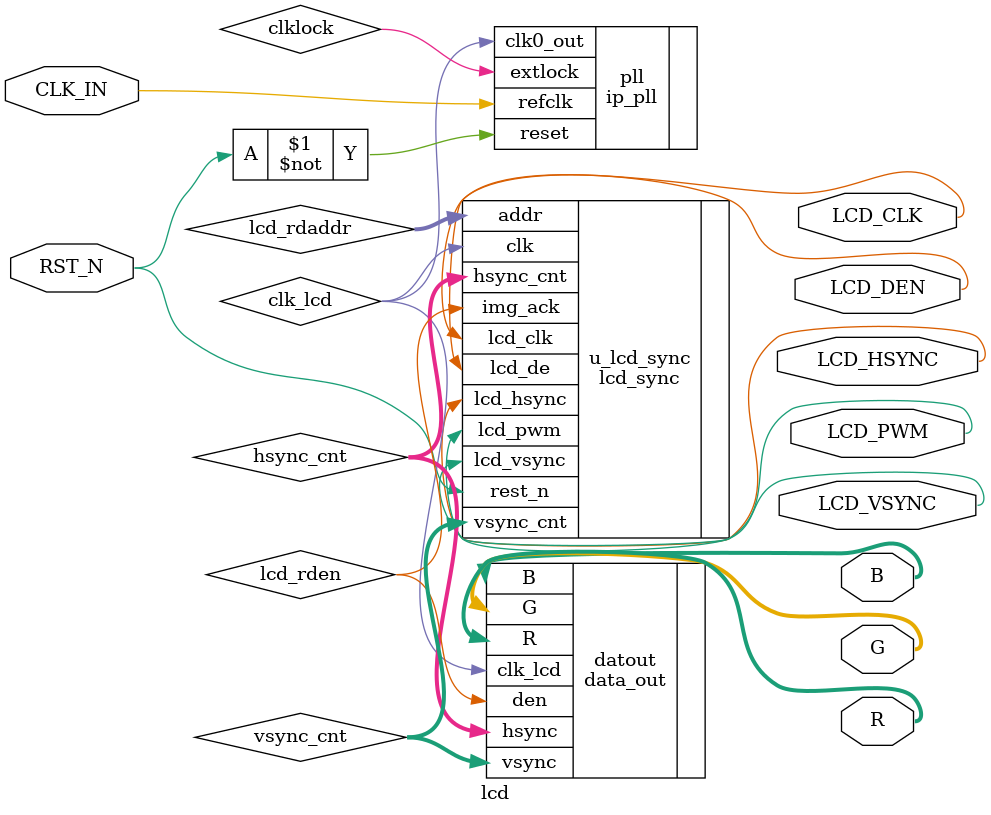
<source format=v>

module lcd
(
	input wire CLK_IN,
	input wire RST_N,
	output wire [0:7] R,
	output wire [0:7] G,
	output wire [0:7] B,
	output wire LCD_CLK,
	output wire LCD_HSYNC,
	output wire LCD_VSYNC,
	output wire LCD_DEN,
	output wire LCD_PWM		//backlight,set to high
);
	wire clk_lcd;
	wire clklock;
	wire [10:0] hsync;
	wire [10:0] vsync;

	ip_pll pll
	(
		.refclk		(CLK_IN),
		.reset		(~RST_N),
		.extlock		(clklock),
		.clk0_out	(clk_lcd)
	);
	
	//lcd display
	wire [10:0] hsync_cnt;
	wire [10:0] vsync_cnt;
	wire lcd_rden;
	wire [15:0]lcd_rddat;	//lcd read
	wire [15:0]lcd_rdaddr;
	
	lcd_sync 
	#(
		.IMG_W(800),
		.IMG_H(480),
		.IMG_X(0),
		.IMG_Y(0)
	)
	u_lcd_sync
	(
  		.clk			(clk_lcd),
  		.rest_n		(RST_N),
		.lcd_clk		(LCD_CLK),
		.lcd_pwm		(LCD_PWM),
  		.lcd_hsync	(LCD_HSYNC), 
  		.lcd_vsync	(LCD_VSYNC), 
  		.lcd_de		(LCD_DEN),
  		.hsync_cnt	(hsync_cnt),
  		.vsync_cnt	(vsync_cnt),
		.img_ack		(lcd_rden),
		.addr		(lcd_rdaddr)
  	);

 	data_out datout
	(	
		.clk_lcd		(clk_lcd), 
		.R			(R),
		.G			(G),
		.B			(B),
		.den			(lcd_rden),
		.hsync		(hsync_cnt),
		.vsync		(vsync_cnt)
	);

endmodule

</source>
